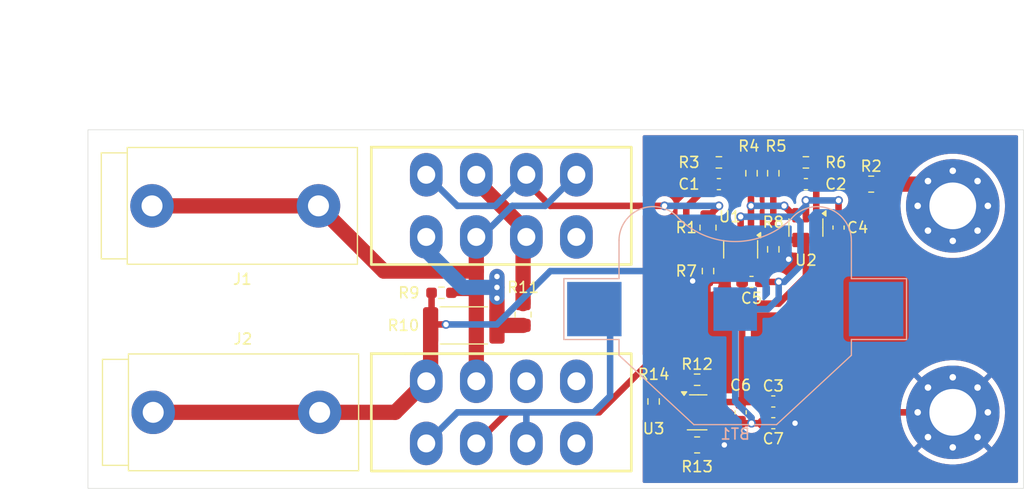
<source format=kicad_pcb>
(kicad_pcb (version 20240108) (generator "pcbnew") (generator_version "8.0")
  (layers (0 "F.Cu" signal) (31 "B.Cu" signal) (34 "B.Paste" user) (35 "F.Paste" user) (36 "B.SilkS" user "B.Silkscreen") (37 "F.SilkS" user "F.Silkscreen") (38 "B.Mask" user) (39 "F.Mask" user) (44 "Edge.Cuts" user))
  (net 0 "")
  (net 1 "Net-(BT1-+)")
  (net 2 "-BATT")
  (net 3 "+BATT")
  (net 4 "GND")
  (net 5 "/IN+")
  (net 6 "/IN_sw")
  (net 7 "Net-(R3-Pad2)")
  (net 8 "Net-(R5-Pad2)")
  (net 9 "/mA_range")
  (net 10 "/µA_range")
  (net 11 "Net-(U3-+)")
  (net 12 "Net-(U3--)")
  (net 14 "/Stage1_IN-")
  (net 15 "/Stage2_IN+")
  (net 16 "/Stage2_OUT")
  (net 17 "/Stage2_IN-")
  (net 18 "/OUT")
  (net 19 "/Stage1_IN+")
  (footprint "Resistor_SMD:R_0603_1608Metric_Pad0.98x0.95mm_HandSolder" (layer "F.Cu") (at 95 156 90)
    (property "Reference" "R8" (at 2.5 0 180) (layer "F.SilkS"))
    (property "Value" "1k 0.05%")
    (fp_line (start -0.254724 -0.5225) (end 0.254724 -0.5225) (stroke (width 0.12)) (layer "F.SilkS"))
    (fp_line (start -0.254724 0.5225) (end 0.254724 0.5225) (stroke (width 0.12)) (layer "F.SilkS"))
    (pad "1" smd roundrect (at -0.9125 0 90) (size 0.975 0.95) (layers "F.Cu" "F.Paste" "F.Mask") (net 4 "GND"))
    (pad "2" smd roundrect (at 0.9125 0 90) (size 0.975 0.95) (layers "F.Cu" "F.Paste" "F.Mask") (net 17 "/Stage2_IN-"))
  )
  (footprint "Capacitor_SMD:C_0603_1608Metric_Pad1.08x0.95mm_HandSolder" (layer "F.Cu") (at 95 170)
    (property "Reference" "C3" (at 0 -1.43 0) (layer "F.SilkS"))
    (property "Value" "100n")
    (fp_line (start -0.146267 -0.51) (end 0.146267 -0.51) (stroke (width 0.12)) (layer "F.SilkS"))
    (fp_line (start -0.146267 0.51) (end 0.146267 0.51) (stroke (width 0.12)) (layer "F.SilkS"))
    (pad "1" smd roundrect (at -0.8625 0) (size 1.075 0.95) (layers "F.Cu" "F.Paste" "F.Mask") (net 3 "+BATT"))
    (pad "2" smd roundrect (at 0.8625 0) (size 1.075 0.95) (layers "F.Cu" "F.Paste" "F.Mask") (net 4 "GND"))
  )
  (footprint "Resistor_SMD:R_0603_1608Metric_Pad0.98x0.95mm_HandSolder" (layer "F.Cu") (at 90 148)
    (property "Reference" "R3" (at -2.75 0 0) (layer "F.SilkS"))
    (property "Value" "6k8 0.05%")
    (fp_line (start -0.254724 -0.5225) (end 0.254724 -0.5225) (stroke (width 0.12)) (layer "F.SilkS"))
    (fp_line (start -0.254724 0.5225) (end 0.254724 0.5225) (stroke (width 0.12)) (layer "F.SilkS"))
    (pad "1" smd roundrect (at -0.9125 0) (size 0.975 0.95) (layers "F.Cu" "F.Paste" "F.Mask") (net 14 "/Stage1_IN-"))
    (pad "2" smd roundrect (at 0.9125 0) (size 0.975 0.95) (layers "F.Cu" "F.Paste" "F.Mask") (net 7 "Net-(R3-Pad2)"))
  )
  (footprint "Package_TO_SOT_SMD:SOT-23-5_HandSoldering" (layer "F.Cu") (at 88 171)
    (property "Reference" "U3" (at -4 1.5 0) (layer "F.SilkS"))
    (property "Value" "LMV321")
    (fp_line (start -0.9 1.61) (end 0.9 1.61) (stroke (width 0.12)) (layer "F.SilkS"))
    (fp_line (start 0.1 -1.61) (end -0.7 -1.61) (stroke (width 0.12)) (layer "F.SilkS"))
    (fp_line (start 0.1 -1.61) (end 0.9 -1.61) (stroke (width 0.12)) (layer "F.SilkS"))
    (fp_poly (pts (xy -1.2 -1.56) (xy -1.44 -1.89) (xy -0.96 -1.89) (xy -1.2 -1.56)) (stroke (width 0.12)) (fill solid) (layer "F.SilkS"))
    (pad "1" smd roundrect (at -1.35 -0.95) (size 1.56 0.65) (layers "F.Cu" "F.Paste" "F.Mask") (net 11 "Net-(U3-+)"))
    (pad "2" smd roundrect (at -1.35 0) (size 1.56 0.65) (layers "F.Cu" "F.Paste" "F.Mask") (net 2 "-BATT"))
    (pad "3" smd roundrect (at -1.35 0.95) (size 1.56 0.65) (layers "F.Cu" "F.Paste" "F.Mask") (net 12 "Net-(U3--)"))
    (pad "4" smd roundrect (at 1.35 0.95) (size 1.56 0.65) (layers "F.Cu" "F.Paste" "F.Mask") (net 12 "Net-(U3--)"))
    (pad "5" smd roundrect (at 1.35 -0.95) (size 1.56 0.65) (layers "F.Cu" "F.Paste" "F.Mask") (net 3 "+BATT"))
  )
  (footprint "Resistor_SMD:R_0603_1608Metric_Pad0.98x0.95mm_HandSolder" (layer "F.Cu") (at 98 148)
    (property "Reference" "R6" (at 2.75 0 0) (layer "F.SilkS"))
    (property "Value" "2k2 0.05%")
    (fp_line (start -0.254724 -0.5225) (end 0.254724 -0.5225) (stroke (width 0.12)) (layer "F.SilkS"))
    (fp_line (start -0.254724 0.5225) (end 0.254724 0.5225) (stroke (width 0.12)) (layer "F.SilkS"))
    (pad "1" smd roundrect (at -0.9125 0) (size 0.975 0.95) (layers "F.Cu" "F.Paste" "F.Mask") (net 8 "Net-(R5-Pad2)"))
    (pad "2" smd roundrect (at 0.9125 0) (size 0.975 0.95) (layers "F.Cu" "F.Paste" "F.Mask") (net 16 "/Stage2_OUT"))
  )
  (footprint "footprints:L203011MS02Q_3PDT_switch" (layer "F.Cu") (at 70 152)
    (property "Reference" "SW1" (hide yes))
    (property "Value" "~")
    (fp_line (start -8.9 5.359999) (end 8.9 5.36) (stroke (width 0.12)) (layer "F.SilkS"))
    (fp_line (start 8.9 -5.359999) (end -8.9 -5.36) (stroke (width 0.12)) (layer "F.SilkS"))
    (fp_rect (start -11.95 -5.4) (end 11.95 5.4) (stroke (width 0.25)) (fill none) (layer "F.SilkS"))
    (pad "1" thru_hole oval (at -6.9 2.86) (size 3 4) (drill 1.65) (layers "*.Cu" "*.Mask") (net 9 "/mA_range"))
    (pad "2" thru_hole oval (at -2.3 2.86) (size 3 4) (drill 1.65) (layers "*.Cu" "*.Mask") (net 5 "/IN+"))
    (pad "3" thru_hole oval (at 2.3 2.86) (size 3 4) (drill 1.65) (layers "*.Cu" "*.Mask") (net 10 "/µA_range"))
    (pad "4" thru_hole oval (at 6.9 2.86) (size 3 4) (drill 1.65) (layers "*.Cu" "*.Mask"))
    (pad "5" thru_hole oval (at 6.9 -2.86) (size 3 4) (drill 1.65) (layers "*.Cu" "*.Mask") (net 5 "/IN+"))
    (pad "6" thru_hole oval (at 2.3 -2.86) (size 3 4) (drill 1.65) (layers "*.Cu" "*.Mask") (net 6 "/IN_sw"))
    (pad "7" thru_hole oval (at -2.3 -2.86) (size 3 4) (drill 1.65) (layers "*.Cu" "*.Mask") (net 10 "/µA_range"))
    (pad "8" thru_hole oval (at -6.9 -2.86) (size 3 4) (drill 1.65) (layers "*.Cu" "*.Mask") (net 6 "/IN_sw"))
  )
  (footprint "Resistor_SMD:R_0603_1608Metric_Pad0.98x0.95mm_HandSolder" (layer "F.Cu") (at 88 168)
    (property "Reference" "R12" (at 0 -1.43 0) (layer "F.SilkS"))
    (property "Value" "100k 1%")
    (fp_line (start -0.254724 -0.5225) (end 0.254724 -0.5225) (stroke (width 0.12)) (layer "F.SilkS"))
    (fp_line (start -0.254724 0.5225) (end 0.254724 0.5225) (stroke (width 0.12)) (layer "F.SilkS"))
    (pad "1" smd roundrect (at -0.9125 0) (size 0.975 0.95) (layers "F.Cu" "F.Paste" "F.Mask") (net 11 "Net-(U3-+)"))
    (pad "2" smd roundrect (at 0.9125 0) (size 0.975 0.95) (layers "F.Cu" "F.Paste" "F.Mask") (net 3 "+BATT"))
  )
  (footprint "Resistor_SMD:R_0603_1608Metric_Pad0.98x0.95mm_HandSolder" (layer "F.Cu") (at 64.5 160 180)
    (property "Reference" "R9" (at 3 0 0) (layer "F.SilkS"))
    (property "Value" "10k  0.05%")
    (fp_line (start -0.254724 0.5225) (end 0.254724 0.5225) (stroke (width 0.12)) (layer "F.SilkS"))
    (fp_line (start -0.254724 -0.5225) (end 0.254724 -0.5225) (stroke (width 0.12)) (layer "F.SilkS"))
    (pad "1" smd roundrect (at -0.9125 0 180) (size 0.975 0.95) (layers "F.Cu" "F.Paste" "F.Mask") (net 5 "/IN+"))
    (pad "2" smd roundrect (at 0.9125 0 180) (size 0.975 0.95) (layers "F.Cu" "F.Paste" "F.Mask") (net 4 "GND"))
  )
  (footprint "Capacitor_SMD:C_0603_1608Metric_Pad1.08x0.95mm_HandSolder" (layer "F.Cu") (at 90 150)
    (property "Reference" "C1" (at -2.75 0 0) (layer "F.SilkS"))
    (property "Value" "10p")
    (fp_line (start -0.146267 -0.51) (end 0.146267 -0.51) (stroke (width 0.12)) (layer "F.SilkS"))
    (fp_line (start -0.146267 0.51) (end 0.146267 0.51) (stroke (width 0.12)) (layer "F.SilkS"))
    (pad "1" smd roundrect (at -0.8625 0) (size 1.075 0.95) (layers "F.Cu" "F.Paste" "F.Mask") (net 14 "/Stage1_IN-"))
    (pad "2" smd roundrect (at 0.8625 0) (size 1.075 0.95) (layers "F.Cu" "F.Paste" "F.Mask") (net 15 "/Stage2_IN+"))
  )
  (footprint "MountingHole:MountingHole_4.3mm_M4_Pad_Via" (layer "F.Cu") (at 111.5 152)
    (property "Reference" "H1" (hide yes))
    (property "Value" "OUT+")
    (pad "1" thru_hole circle (at -3.225 0) (size 0.9 0.9) (drill 0.6) (layers "*.Cu" "*.Mask") (net 18 "/OUT"))
    (pad "1" thru_hole circle (at -2.280419 -2.280419) (size 0.9 0.9) (drill 0.6) (layers "*.Cu" "*.Mask") (net 18 "/OUT"))
    (pad "1" thru_hole circle (at -2.280419 2.280419) (size 0.9 0.9) (drill 0.6) (layers "*.Cu" "*.Mask") (net 18 "/OUT"))
    (pad "1" thru_hole circle (at 0 -3.225) (size 0.9 0.9) (drill 0.6) (layers "*.Cu" "*.Mask") (net 18 "/OUT"))
    (pad "1" thru_hole circle (at 0 0) (size 8.6 8.6) (drill 4.3) (layers "*.Cu" "*.Mask") (net 18 "/OUT"))
    (pad "1" thru_hole circle (at 0 3.225) (size 0.9 0.9) (drill 0.6) (layers "*.Cu" "*.Mask") (net 18 "/OUT"))
    (pad "1" thru_hole circle (at 2.280419 -2.280419) (size 0.9 0.9) (drill 0.6) (layers "*.Cu" "*.Mask") (net 18 "/OUT"))
    (pad "1" thru_hole circle (at 2.280419 2.280419) (size 0.9 0.9) (drill 0.6) (layers "*.Cu" "*.Mask") (net 18 "/OUT"))
    (pad "1" thru_hole circle (at 3.225 0) (size 0.9 0.9) (drill 0.6) (layers "*.Cu" "*.Mask") (net 18 "/OUT"))
  )
  (footprint "Resistor_SMD:R_0603_1608Metric_Pad0.98x0.95mm_HandSolder" (layer "F.Cu") (at 89 158 90)
    (property "Reference" "R7" (at 0 -2 180) (layer "F.SilkS"))
    (property "Value" "1k 0.05%")
    (fp_line (start -0.254724 -0.5225) (end 0.254724 -0.5225) (stroke (width 0.12)) (layer "F.SilkS"))
    (fp_line (start -0.254724 0.5225) (end 0.254724 0.5225) (stroke (width 0.12)) (layer "F.SilkS"))
    (pad "1" smd roundrect (at -0.9125 0 90) (size 0.975 0.95) (layers "F.Cu" "F.Paste" "F.Mask") (net 4 "GND"))
    (pad "2" smd roundrect (at 0.9125 0 90) (size 0.975 0.95) (layers "F.Cu" "F.Paste" "F.Mask") (net 14 "/Stage1_IN-"))
  )
  (footprint "footprints:L203011MS02Q_3PDT_switch" (layer "F.Cu") (at 70 171)
    (property "Reference" "SW2" (hide yes))
    (property "Value" "~")
    (fp_line (start -8.9 5.359999) (end 8.9 5.36) (stroke (width 0.12)) (layer "F.SilkS"))
    (fp_line (start 8.9 -5.359999) (end -8.9 -5.36) (stroke (width 0.12)) (layer "F.SilkS"))
    (fp_rect (start -11.95 -5.4) (end 11.95 5.4) (stroke (width 0.25)) (fill none) (layer "F.SilkS"))
    (pad "1" thru_hole oval (at -6.9 2.86) (size 3 4) (drill 1.65) (layers "*.Cu" "*.Mask") (net 1 "Net-(BT1-+)"))
    (pad "2" thru_hole oval (at -2.3 2.86) (size 3 4) (drill 1.65) (layers "*.Cu" "*.Mask") (net 3 "+BATT"))
    (pad "3" thru_hole oval (at 2.3 2.86) (size 3 4) (drill 1.65) (layers "*.Cu" "*.Mask") (net 1 "Net-(BT1-+)"))
    (pad "4" thru_hole oval (at 6.9 2.86) (size 3 4) (drill 1.65) (layers "*.Cu" "*.Mask"))
    (pad "5" thru_hole oval (at 6.9 -2.86) (size 3 4) (drill 1.65) (layers "*.Cu" "*.Mask"))
    (pad "6" thru_hole oval (at 2.3 -2.86) (size 3 4) (drill 1.65) (layers "*.Cu" "*.Mask"))
    (pad "7" thru_hole oval (at -2.3 -2.86) (size 3 4) (drill 1.65) (layers "*.Cu" "*.Mask") (net 5 "/IN+"))
    (pad "8" thru_hole oval (at -6.9 -2.86) (size 3 4) (drill 1.65) (layers "*.Cu" "*.Mask") (net 4 "GND"))
  )
  (footprint "Resistor_SMD:R_0603_1608Metric_Pad0.98x0.95mm_HandSolder" (layer "F.Cu") (at 95 149 90)
    (property "Reference" "R5" (at 2.5 0.25 180) (layer "F.SilkS"))
    (property "Value" "6k8 0.05%")
    (fp_line (start -0.254724 -0.5225) (end 0.254724 -0.5225) (stroke (width 0.12)) (layer "F.SilkS"))
    (fp_line (start -0.254724 0.5225) (end 0.254724 0.5225) (stroke (width 0.12)) (layer "F.SilkS"))
    (pad "1" smd roundrect (at -0.9125 0 90) (size 0.975 0.95) (layers "F.Cu" "F.Paste" "F.Mask") (net 17 "/Stage2_IN-"))
    (pad "2" smd roundrect (at 0.9125 0 90) (size 0.975 0.95) (layers "F.Cu" "F.Paste" "F.Mask") (net 8 "Net-(R5-Pad2)"))
  )
  (footprint "Package_TO_SOT_SMD:SOT-23-6" (layer "F.Cu") (at 98 154 -90)
    (property "Reference" "U2" (at 3 0 180) (layer "F.SilkS"))
    (property "Value" "MAX4239AUT")
    (fp_line (start 0 1.56) (end -0.8 1.56) (stroke (width 0.12)) (layer "F.SilkS"))
    (fp_line (start 0 1.56) (end 0.8 1.56) (stroke (width 0.12)) (layer "F.SilkS"))
    (fp_line (start 0 -1.56) (end -0.8 -1.56) (stroke (width 0.12)) (layer "F.SilkS"))
    (fp_line (start 0 -1.56) (end 0.8 -1.56) (stroke (width 0.12)) (layer "F.SilkS"))
    (fp_poly (pts (xy -1.3 -1.51) (xy -1.54 -1.84) (xy -1.06 -1.84) (xy -1.3 -1.51)) (stroke (width 0.12)) (fill solid) (layer "F.SilkS"))
    (pad "1" smd roundrect (at -1.1375 -0.95 270) (size 1.325 0.6) (layers "F.Cu" "F.Paste" "F.Mask") (net 16 "/Stage2_OUT"))
    (pad "2" smd roundrect (at -1.1375 0 270) (size 1.325 0.6) (layers "F.Cu" "F.Paste" "F.Mask") (net 2 "-BATT"))
    (pad "3" smd roundrect (at -1.1375 0.95 270) (size 1.325 0.6) (layers "F.Cu" "F.Paste" "F.Mask") (net 15 "/Stage2_IN+"))
    (pad "4" smd roundrect (at 1.1375 0.95 270) (size 1.325 0.6) (layers "F.Cu" "F.Paste" "F.Mask") (net 17 "/Stage2_IN-"))
    (pad "5" smd roundrect (at 1.1375 0 270) (size 1.325 0.6) (layers "F.Cu" "F.Paste" "F.Mask") (net 3 "+BATT"))
    (pad "6" smd roundrect (at 1.1375 -0.95 270) (size 1.325 0.6) (layers "F.Cu" "F.Paste" "F.Mask") (net 3 "+BATT"))
  )
  (footprint "Resistor_SMD:R_0603_1608Metric_Pad0.98x0.95mm_HandSolder" (layer "F.Cu") (at 84 170 90)
    (property "Reference" "R14" (at 2.5 0 180) (layer "F.SilkS"))
    (property "Value" "100k 1%")
    (fp_line (start -0.254724 -0.5225) (end 0.254724 -0.5225) (stroke (width 0.12)) (layer "F.SilkS"))
    (fp_line (start -0.254724 0.5225) (end 0.254724 0.5225) (stroke (width 0.12)) (layer "F.SilkS"))
    (pad "1" smd roundrect (at -0.9125 0 90) (size 0.975 0.95) (layers "F.Cu" "F.Paste" "F.Mask") (net 2 "-BATT"))
    (pad "2" smd roundrect (at 0.9125 0 90) (size 0.975 0.95) (layers "F.Cu" "F.Paste" "F.Mask") (net 11 "Net-(U3-+)"))
  )
  (footprint "Capacitor_SMD:C_0603_1608Metric_Pad1.08x0.95mm_HandSolder" (layer "F.Cu") (at 95 172 180)
    (property "Reference" "C7" (at 0 -1.43 0) (layer "F.SilkS"))
    (property "Value" "100n")
    (fp_line (start -0.146267 0.51) (end 0.146267 0.51) (stroke (width 0.12)) (layer "F.SilkS"))
    (fp_line (start -0.146267 -0.51) (end 0.146267 -0.51) (stroke (width 0.12)) (layer "F.SilkS"))
    (pad "1" smd roundrect (at -0.8625 0 180) (size 1.075 0.95) (layers "F.Cu" "F.Paste" "F.Mask") (net 4 "GND"))
    (pad "2" smd roundrect (at 0.8625 0 180) (size 1.075 0.95) (layers "F.Cu" "F.Paste" "F.Mask") (net 2 "-BATT"))
  )
  (footprint "Capacitor_SMD:C_0603_1608Metric_Pad1.08x0.95mm_HandSolder" (layer "F.Cu") (at 101 154 90)
    (property "Reference" "C4" (at 0 1.75 180) (layer "F.SilkS"))
    (property "Value" "100n")
    (fp_line (start -0.146267 -0.51) (end 0.146267 -0.51) (stroke (width 0.12)) (layer "F.SilkS"))
    (fp_line (start -0.146267 0.51) (end 0.146267 0.51) (stroke (width 0.12)) (layer "F.SilkS"))
    (pad "1" smd roundrect (at -0.8625 0 90) (size 1.075 0.95) (layers "F.Cu" "F.Paste" "F.Mask") (net 3 "+BATT"))
    (pad "2" smd roundrect (at 0.8625 0 90) (size 1.075 0.95) (layers "F.Cu" "F.Paste" "F.Mask") (net 2 "-BATT"))
  )
  (footprint "Capacitor_SMD:C_0603_1608Metric_Pad1.08x0.95mm_HandSolder" (layer "F.Cu") (at 98 150)
    (property "Reference" "C2" (at 2.75 0 0) (layer "F.SilkS"))
    (property "Value" "10p")
    (fp_line (start -0.146267 -0.51) (end 0.146267 -0.51) (stroke (width 0.12)) (layer "F.SilkS"))
    (fp_line (start -0.146267 0.51) (end 0.146267 0.51) (stroke (width 0.12)) (layer "F.SilkS"))
    (pad "1" smd roundrect (at -0.8625 0) (size 1.075 0.95) (layers "F.Cu" "F.Paste" "F.Mask") (net 17 "/Stage2_IN-"))
    (pad "2" smd roundrect (at 0.8625 0) (size 1.075 0.95) (layers "F.Cu" "F.Paste" "F.Mask") (net 16 "/Stage2_OUT"))
  )
  (footprint "footprints:571-0100_Black" (layer "F.Cu") (at 38 171)
    (property "Reference" "J2" (at 8.25 -6.75 0) (layer "F.SilkS"))
    (property "Value" "Black - IN-" (hide yes))
    (fp_line (start -4.6646 -4.8768) (end -4.6646 4.8768) (stroke (width 0.12)) (layer "F.SilkS"))
    (fp_line (start -4.6646 4.8768) (end -2.277 4.8768) (stroke (width 0.12)) (layer "F.SilkS"))
    (fp_line (start -2.277 -5.3721) (end -2.277 5.3721) (stroke (width 0.12)) (layer "F.SilkS"))
    (fp_line (start -2.277 -4.8768) (end -4.6646 -4.8768) (stroke (width 0.12)) (layer "F.SilkS"))
    (fp_line (start -2.277 5.3721) (end 18.8812 5.3721) (stroke (width 0.12)) (layer "F.SilkS"))
    (fp_line (start 18.8812 -5.3721) (end -2.277 -5.3721) (stroke (width 0.12)) (layer "F.SilkS"))
    (fp_line (start 18.8812 5.3721) (end 18.8812 -5.3721) (stroke (width 0.12)) (layer "F.SilkS"))
    (pad "1" thru_hole circle (at 0 0) (size 4 4) (drill 1.9304) (layers "*.Cu" "*.Mask") (net 4 "GND"))
    (pad "2" thru_hole circle (at 15.3 0) (size 4 4) (drill 1.9304) (layers "*.Cu" "*.Mask") (net 4 "GND"))
  )
  (footprint "Resistor_SMD:R_0805_2012Metric_Pad1.20x1.40mm_HandSolder" (layer "F.Cu") (at 88 174)
    (property "Reference" "R13" (at 0 2 0) (layer "F.SilkS"))
    (property "Value" "270")
    (fp_line (start -0.227064 -0.735) (end 0.227064 -0.735) (stroke (width 0.12)) (layer "F.SilkS"))
    (fp_line (start -0.227064 0.735) (end 0.227064 0.735) (stroke (width 0.12)) (layer "F.SilkS"))
    (pad "1" smd roundrect (at -1 0) (size 1.2 1.4) (layers "F.Cu" "F.Paste" "F.Mask") (roundrect_rratio 0.208333) (net 12 "Net-(U3--)"))
    (pad "2" smd roundrect (at 1 0) (size 1.2 1.4) (layers "F.Cu" "F.Paste" "F.Mask") (roundrect_rratio 0.208333) (net 4 "GND"))
  )
  (footprint "Resistor_SMD:R_0603_1608Metric_Pad0.98x0.95mm_HandSolder" (layer "F.Cu") (at 93 149 -90)
    (property "Reference" "R4" (at -2.5 0.25 180) (layer "F.SilkS"))
    (property "Value" "2k2 0.05%")
    (fp_line (start -0.254724 0.5225) (end 0.254724 0.5225) (stroke (width 0.12)) (layer "F.SilkS"))
    (fp_line (start -0.254724 -0.5225) (end 0.254724 -0.5225) (stroke (width 0.12)) (layer "F.SilkS"))
    (pad "1" smd roundrect (at -0.9125 0 270) (size 0.975 0.95) (layers "F.Cu" "F.Paste" "F.Mask") (net 7 "Net-(R3-Pad2)"))
    (pad "2" smd roundrect (at 0.9125 0 270) (size 0.975 0.95) (layers "F.Cu" "F.Paste" "F.Mask") (net 15 "/Stage2_IN+"))
  )
  (footprint "Capacitor_SMD:C_0603_1608Metric_Pad1.08x0.95mm_HandSolder" (layer "F.Cu") (at 93 159)
    (property "Reference" "C5" (at 0 1.5 0) (layer "F.SilkS"))
    (property "Value" "100n")
    (fp_line (start -0.146267 -0.51) (end 0.146267 -0.51) (stroke (width 0.12)) (layer "F.SilkS"))
    (fp_line (start -0.146267 0.51) (end 0.146267 0.51) (stroke (width 0.12)) (layer "F.SilkS"))
    (pad "1" smd roundrect (at -0.8625 0) (size 1.075 0.95) (layers "F.Cu" "F.Paste" "F.Mask") (net 3 "+BATT"))
    (pad "2" smd roundrect (at 0.8625 0) (size 1.075 0.95) (layers "F.Cu" "F.Paste" "F.Mask") (net 2 "-BATT"))
  )
  (footprint "footprints:571-0100_Black" (layer "F.Cu") (at 37.8917 152)
    (property "Reference" "J1" (at 8.3021 6.75 0) (layer "F.SilkS"))
    (property "Value" "Red - IN+" (hide yes))
    (fp_line (start -4.6646 -4.8768) (end -4.6646 4.8768) (stroke (width 0.12)) (layer "F.SilkS"))
    (fp_line (start -4.6646 4.8768) (end -2.277 4.8768) (stroke (width 0.12)) (layer "F.SilkS"))
    (fp_line (start -2.277 -5.3721) (end -2.277 5.3721) (stroke (width 0.12)) (layer "F.SilkS"))
    (fp_line (start -2.277 -4.8768) (end -4.6646 -4.8768) (stroke (width 0.12)) (layer "F.SilkS"))
    (fp_line (start -2.277 5.3721) (end 18.8812 5.3721) (stroke (width 0.12)) (layer "F.SilkS"))
    (fp_line (start 18.8812 -5.3721) (end -2.277 -5.3721) (stroke (width 0.12)) (layer "F.SilkS"))
    (fp_line (start 18.8812 5.3721) (end 18.8812 -5.3721) (stroke (width 0.12)) (layer "F.SilkS"))
    (pad "1" thru_hole circle (at 0 0) (size 4 4) (drill 1.9304) (layers "*.Cu" "*.Mask") (net 5 "/IN+"))
    (pad "2" thru_hole circle (at 15.3 0) (size 4 4) (drill 1.9304) (layers "*.Cu" "*.Mask") (net 5 "/IN+"))
  )
  (footprint "MountingHole:MountingHole_4.3mm_M4_Pad_Via" (layer "F.Cu") (at 111.5 171)
    (property "Reference" "H2" (hide yes))
    (property "Value" "OUT-")
    (pad "1" thru_hole circle (at -3.225 0) (size 0.9 0.9) (drill 0.6) (layers "*.Cu" "*.Mask") (net 4 "GND"))
    (pad "1" thru_hole circle (at -2.280419 -2.280419) (size 0.9 0.9) (drill 0.6) (layers "*.Cu" "*.Mask") (net 4 "GND"))
    (pad "1" thru_hole circle (at -2.280419 2.280419) (size 0.9 0.9) (drill 0.6) (layers "*.Cu" "*.Mask") (net 4 "GND"))
    (pad "1" thru_hole circle (at 0 -3.225) (size 0.9 0.9) (drill 0.6) (layers "*.Cu" "*.Mask") (net 4 "GND"))
    (pad "1" thru_hole circle (at 0 0) (size 8.6 8.6) (drill 4.3) (layers "*.Cu" "*.Mask") (net 4 "GND"))
    (pad "1" thru_hole circle (at 0 3.225) (size 0.9 0.9) (drill 0.6) (layers "*.Cu" "*.Mask") (net 4 "GND"))
    (pad "1" thru_hole circle (at 2.280419 -2.280419) (size 0.9 0.9) (drill 0.6) (layers "*.Cu" "*.Mask") (net 4 "GND"))
    (pad "1" thru_hole circle (at 2.280419 2.280419) (size 0.9 0.9) (drill 0.6) (layers "*.Cu" "*.Mask") (net 4 "GND"))
    (pad "1" thru_hole circle (at 3.225 0) (size 0.9 0.9) (drill 0.6) (layers "*.Cu" "*.Mask") (net 4 "GND"))
  )
  (footprint "Resistor_SMD:R_0805_2012Metric_Pad1.20x1.40mm_HandSolder" (layer "F.Cu") (at 72 162 -90)
    (property "Reference" "R11" (at -2.5 0 180) (layer "F.SilkS"))
    (property "Value" "10  0.05%")
    (fp_line (start -0.227064 0.735) (end 0.227064 0.735) (stroke (width 0.12)) (layer "F.SilkS"))
    (fp_line (start -0.227064 -0.735) (end 0.227064 -0.735) (stroke (width 0.12)) (layer "F.SilkS"))
    (pad "1" smd roundrect (at -1 0 270) (size 1.2 1.4) (layers "F.Cu" "F.Paste" "F.Mask") (roundrect_rratio 0.208333) (net 10 "/µA_range"))
    (pad "2" smd roundrect (at 1 0 270) (size 1.2 1.4) (layers "F.Cu" "F.Paste" "F.Mask") (roundrect_rratio 0.208333) (net 9 "/mA_range"))
  )
  (footprint "Resistor_SMD:R_0805_2012Metric_Pad1.20x1.40mm_HandSolder" (layer "F.Cu") (at 104 150)
    (property "Reference" "R2" (at 0 -1.65 0) (layer "F.SilkS"))
    (property "Value" "270")
    (fp_line (start -0.227064 -0.735) (end 0.227064 -0.735) (stroke (width 0.12)) (layer "F.SilkS"))
    (fp_line (start -0.227064 0.735) (end 0.227064 0.735) (stroke (width 0.12)) (layer "F.SilkS"))
    (pad "1" smd roundrect (at -1 0) (size 1.2 1.4) (layers "F.Cu" "F.Paste" "F.Mask") (roundrect_rratio 0.208333) (net 16 "/Stage2_OUT"))
    (pad "2" smd roundrect (at 1 0) (size 1.2 1.4) (layers "F.Cu" "F.Paste" "F.Mask") (roundrect_rratio 0.208333) (net 18 "/OUT"))
  )
  (footprint "Resistor_SMD:R_0805_2012Metric_Pad1.20x1.40mm_HandSolder" (layer "F.Cu") (at 89 154 -90)
    (property "Reference" "R1" (at 0 2 180) (layer "F.SilkS"))
    (property "Value" "270")
    (fp_line (start -0.227064 0.735) (end 0.227064 0.735) (stroke (width 0.12)) (layer "F.SilkS"))
    (fp_line (start -0.227064 -0.735) (end 0.227064 -0.735) (stroke (width 0.12)) (layer "F.SilkS"))
    (pad "1" smd roundrect (at -1 0 270) (size 1.2 1.4) (layers "F.Cu" "F.Paste" "F.Mask") (roundrect_rratio 0.208333) (net 6 "/IN_sw"))
    (pad "2" smd roundrect (at 1 0 270) (size 1.2 1.4) (layers "F.Cu" "F.Paste" "F.Mask") (roundrect_rratio 0.208333) (net 19 "/Stage1_IN+"))
  )
  (footprint "Resistor_SMD:R_2512_6332Metric_Pad1.40x3.35mm_HandSolder" (layer "F.Cu") (at 66.55 163 180)
    (property "Reference" "R10" (at 5.55 0 0) (layer "F.SilkS"))
    (property "Value" "10m  0.05%")
    (fp_line (start -2.177064 1.71) (end 2.177064 1.71) (stroke (width 0.12)) (layer "F.SilkS"))
    (fp_line (start -2.177064 -1.71) (end 2.177064 -1.71) (stroke (width 0.12)) (layer "F.SilkS"))
    (pad "1" smd roundrect (at -3.05 0 180) (size 1.4 3.35) (layers "F.Cu" "F.Paste" "F.Mask") (roundrect_rratio 0.178571) (net 9 "/mA_range"))
    (pad "2" smd roundrect (at 3.05 0 180) (size 1.4 3.35) (layers "F.Cu" "F.Paste" "F.Mask") (roundrect_rratio 0.178571) (net 4 "GND"))
  )
  (footprint "Package_TO_SOT_SMD:SOT-23-6" (layer "F.Cu") (at 92 156 -90)
    (property "Reference" "U1" (at -3 1 180) (layer "F.SilkS"))
    (property "Value" "MAX4239AUT")
    (fp_line (start 0 1.56) (end -0.8 1.56) (stroke (width 0.12)) (layer "F.SilkS"))
    (fp_line (start 0 1.56) (end 0.8 1.56) (stroke (width 0.12)) (layer "F.SilkS"))
    (fp_line (start 0 -1.56) (end -0.8 -1.56) (stroke (width 0.12)) (layer "F.SilkS"))
    (fp_line (start 0 -1.56) (end 0.8 -1.56) (stroke (width 0.12)) (layer "F.SilkS"))
    (fp_poly (pts (xy -1.3 -1.51) (xy -1.54 -1.84) (xy -1.06 -1.84) (xy -1.3 -1.51)) (stroke (width 0.12)) (fill solid) (layer "F.SilkS"))
    (pad "1" smd roundrect (at -1.1375 -0.95 270) (size 1.325 0.6) (layers "F.Cu" "F.Paste" "F.Mask") (net 15 "/Stage2_IN+"))
    (pad "2" smd roundrect (at -1.1375 0 270) (size 1.325 0.6) (layers "F.Cu" "F.Paste" "F.Mask") (net 2 "-BATT"))
    (pad "3" smd roundrect (at -1.1375 0.95 270) (size 1.325 0.6) (layers "F.Cu" "F.Paste" "F.Mask") (net 19 "/Stage1_IN+"))
    (pad "4" smd roundrect (at 1.1375 0.95 270) (size 1.325 0.6) (layers "F.Cu" "F.Paste" "F.Mask") (net 14 "/Stage1_IN-"))
    (pad "5" smd roundrect (at 1.1375 0 270) (size 1.325 0.6) (layers "F.Cu" "F.Paste" "F.Mask") (net 3 "+BATT"))
    (pad "6" smd roundrect (at 1.1375 -0.95 270) (size 1.325 0.6) (layers "F.Cu" "F.Paste" "F.Mask") (net 3 "+BATT"))
  )
  (footprint "Capacitor_SMD:C_0603_1608Metric_Pad1.08x0.95mm_HandSolder" (layer "F.Cu") (at 92 171 -90)
    (property "Reference" "C6" (at -2.5 0 180) (layer "F.SilkS"))
    (property "Value" "100n")
    (fp_line (start -0.146267 0.51) (end 0.146267 0.51) (stroke (width 0.12)) (layer "F.SilkS"))
    (fp_line (start -0.146267 -0.51) (end 0.146267 -0.51) (stroke (width 0.12)) (layer "F.SilkS"))
    (pad "1" smd roundrect (at -0.8625 0 270) (size 1.075 0.95) (layers "F.Cu" "F.Paste" "F.Mask") (net 3 "+BATT"))
    (pad "2" smd roundrect (at 0.8625 0 270) (size 1.075 0.95) (layers "F.Cu" "F.Paste" "F.Mask") (net 2 "-BATT"))
  )
  (footprint "Battery:BatteryHolder_Multicomp_BC-2001_1x2032" (layer "B.Cu") (at 91.5 161.5 180)
    (property "Reference" "BT1" (at 0 -11.5 0) (layer "B.SilkS") (effects (justify mirror)))
    (property "Value" "CR2032")
    (fp_line (start 15.75 2.8) (end 15.75 -2.8) (stroke (width 0.12)) (layer "B.SilkS"))
    (fp_line (start 15.75 -2.8) (end 10.68 -2.8) (stroke (width 0.12)) (layer "B.SilkS"))
    (fp_line (start 10.68 6.35) (end 10.68 2.8) (stroke (width 0.12)) (layer "B.SilkS"))
    (fp_line (start 10.68 2.8) (end 15.75 2.8) (stroke (width 0.12)) (layer "B.SilkS"))
    (fp_line (start 10.68 -4.25) (end 10.68 -2.8) (stroke (width 0.12)) (layer "B.SilkS"))
    (fp_line (start 3.8 -10.63) (end 10.68 -4.25) (stroke (width 0.12)) (layer "B.SilkS"))
    (fp_line (start -3.8 -10.63) (end 3.8 -10.63) (stroke (width 0.12)) (layer "B.SilkS"))
    (fp_line (start -3.8 -10.63) (end -10.68 -4.25) (stroke (width 0.12)) (layer "B.SilkS"))
    (fp_line (start -10.68 6.28) (end -10.68 2.8) (stroke (width 0.12)) (layer "B.SilkS"))
    (fp_line (start -10.68 2.8) (end -15.75 2.8) (stroke (width 0.12)) (layer "B.SilkS"))
    (fp_line (start -10.68 -2.8) (end -15.75 -2.8) (stroke (width 0.12)) (layer "B.SilkS"))
    (fp_line (start -10.68 -4.25) (end -10.68 -2.8) (stroke (width 0.12)) (layer "B.SilkS"))
    (fp_line (start -15.75 2.8) (end -15.75 -2.8) (stroke (width 0.12)) (layer "B.SilkS"))
    (fp_arc (start 10.68 6.3) (mid 8.734461 9.197232) (end 5.316452 8.492753) (stroke (width 0.12)) (layer "B.SilkS"))
    (fp_arc (start -5.169999 8.330001) (mid 0.096808 6.218103) (end 5.306422 8.467392) (stroke (width 0.12)) (layer "B.SilkS"))
    (fp_arc (start -5.180001 8.339999) (mid -8.637972 9.23169) (end -10.677058 6.3) (stroke (width 0.12)) (layer "B.SilkS"))
    (pad "1" smd rect (at -12.95 0 180) (size 5 5) (layers "B.Cu" "B.Paste" "B.Mask") (net 1 "Net-(BT1-+)"))
    (pad "1" smd rect (at 12.95 0 180) (size 5 5) (layers "B.Cu" "B.Paste" "B.Mask") (net 1 "Net-(BT1-+)"))
    (pad "2" smd rect (at 0 0 180) (size 4 4) (layers "B.Cu" "B.Paste" "B.Mask") (net 2 "-BATT"))
  )
  (gr_rect (start 32 145) (end 118 178) (stroke (width 0.05)) (fill none) (layer "Edge.Cuts"))
  (segment (start 78.5 171) (end 80 169.5) (width 0.6) (layer "B.Cu") (net 1))
  (segment (start 65.96 171) (end 72.5 171) (width 0.6) (layer "B.Cu") (net 1))
  (segment (start 72.5 171) (end 78.5 171) (width 0.6) (layer "B.Cu") (net 1))
  (segment (start 80 162.95) (end 78.55 161.5) (width 0.6) (layer "B.Cu") (net 1))
  (segment (start 63.1 173.86) (end 65.96 171) (width 0.6) (layer "B.Cu") (net 1))
  (segment (start 72.3 171.2) (end 72.5 171) (width 0.6) (layer "B.Cu") (net 1))
  (segment (start 72.3 173.86) (end 72.3 171.2) (width 0.6) (layer "B.Cu") (net 1))
  (segment (start 80 169.5) (end 80 162.95) (width 0.6) (layer "B.Cu") (net 1))
  (segment (start 91.8625 171.8625) (end 91 171) (width 0.6) (layer "F.Cu") (net 2))
  (segment (start 98 152.8625) (end 98 151.5) (width 0.6) (layer "F.Cu") (net 2))
  (segment (start 92 171.8625) (end 91.8625 171.8625) (width 0.6) (layer "F.Cu") (net 2))
  (segment (start 94.1375 172) (end 93 172) (width 0.6) (layer "F.Cu") (net 2))
  (segment (start 92.1375 172) (end 92 171.8625) (width 0.6) (layer "F.Cu") (net 2))
  (segment (start 92 154.8625) (end 92 153) (width 0.6) (layer "F.Cu") (net 2))
  (segment (start 91 171) (end 86.65 171) (width 0.6) (layer "F.Cu") (net 2))
  (segment (start 93 172) (end 92.1375 172) (width 0.6) (layer "F.Cu") (net 2))
  (segment (start 86.65 171) (end 84.0875 171) (width 0.6) (layer "F.Cu") (net 2))
  (segment (start 101 153.1375) (end 101 151.5) (width 0.6) (layer "F.Cu") (net 2))
  (segment (start 84.0875 171) (end 84 170.9125) (width 0.6) (layer "F.Cu") (net 2))
  (segment (start 93.8625 159) (end 95.5 159) (width 0.6) (layer "F.Cu") (net 2))
  (via (at 101 151.5) (size 0.8) (drill 0.5) (layers "F.Cu" "B.Cu") (net 2))
  (via (at 95.5 159) (size 0.8) (drill 0.5) (layers "F.Cu" "B.Cu") (net 2))
  (via (at 92 153) (size 0.8) (drill 0.5) (layers "F.Cu" "B.Cu") (net 2))
  (via (at 98 151.5) (size 0.8) (drill 0.5) (layers "F.Cu" "B.Cu") (net 2))
  (via (at 93 172) (size 0.8) (drill 0.5) (layers "F.Cu" "B.Cu") (net 2))
  (segment (start 97 153) (end 98 152) (width 0.6) (layer "B.Cu") (net 2))
  (segment (start 95.5 153) (end 97 153) (width 0.6) (layer "B.Cu") (net 2))
  (segment (start 94.5 161.5) (end 91.5 161.5) (width 0.6) (layer "B.Cu") (net 2))
  (segment (start 97.5 157.5) (end 97.5 153.5) (width 0.6) (layer "B.Cu") (net 2))
  (segment (start 101 151.5) (end 98 151.5) (width 0.6) (layer "B.Cu") (net 2))
  (segment (start 92 153) (end 95.5 153) (width 0.6) (layer "B.Cu") (net 2))
  (segment (start 98 152) (end 98 151.5) (width 0.6) (layer "B.Cu") (net 2))
  (segment (start 96 159) (end 97.5 157.5) (width 0.6) (layer "B.Cu") (net 2))
  (segment (start 91.5 170) (end 91.5 161.5) (width 0.6) (layer "B.Cu") (net 2))
  (segment (start 95.5 159) (end 95.5 160.5) (width 0.6) (layer "B.Cu") (net 2))
  (segment (start 95.5 159) (end 96 159) (width 0.6) (layer "B.Cu") (net 2))
  (segment (start 93 172) (end 93 171.5) (width 0.6) (layer "B.Cu") (net 2))
  (segment (start 95.5 160.5) (end 94.5 161.5) (width 0.6) (layer "B.Cu") (net 2))
  (segment (start 97.5 153.5) (end 97 153) (width 0.6) (layer "B.Cu") (net 2))
  (segment (start 93 171.5) (end 91.5 170) (width 0.6) (layer "B.Cu") (net 2))
  (segment (start 70.56 171) (end 79 171) (width 0.6) (layer "F.Cu") (net 3))
  (segment (start 92 158.8625) (end 92.1375 159) (width 0.6) (layer "F.Cu") (net 3))
  (segment (start 88.9125 168) (end 88.9125 166.9125) (width 0.6) (layer "F.Cu") (net 3))
  (segment (start 98 155.1375) (end 98 158.5) (width 0.6) (layer "F.Cu") (net 3))
  (segment (start 92.95 157.1375) (end 92 157.1375) (width 0.6) (layer "F.Cu") (net 3))
  (segment (start 98 155.1375) (end 98.95 155.1375) (width 0.6) (layer "F.Cu") (net 3))
  (segment (start 92.1375 161) (end 92.1375 170) (width 0.6) (layer "F.Cu") (net 3))
  (segment (start 95.5 161) (end 92.1375 161) (width 0.6) (layer "F.Cu") (net 3))
  (segment (start 89.35 170.05) (end 94.0875 170.05) (width 0.6) (layer "F.Cu") (net 3))
  (segment (start 92 157.1375) (end 92 158.8625) (width 0.6) (layer "F.Cu") (net 3))
  (segment (start 89.35 168.4375) (end 88.9125 168) (width 0.6) (layer "F.Cu") (net 3))
  (segment (start 89.35 170.05) (end 89.35 168.4375) (width 0.6) (layer "F.Cu") (net 3))
  (segment (start 98 158.5) (end 95.5 161) (width 0.6) (layer "F.Cu") (net 3))
  (segment (start 92.1375 159) (end 92.1375 161) (width 0.6) (layer "F.Cu") (net 3))
  (segment (start 100.725 155.1375) (end 101 154.8625) (width 0.6) (layer "F.Cu") (net 3))
  (segment (start 94.0875 170.05) (end 94.1375 170) (width 0.6) (layer "F.Cu") (net 3))
  (segment (start 83.5 166.5) (end 88.5 166.5) (width 0.6) (layer "F.Cu") (net 3))
  (segment (start 98.95 155.1375) (end 100.725 155.1375) (width 0.6) (layer "F.Cu") (net 3))
  (segment (start 92.1375 170) (end 92 170.1375) (width 0.6) (layer "F.Cu") (net 3))
  (segment (start 79 171) (end 83.5 166.5) (width 0.6) (layer "F.Cu") (net 3))
  (segment (start 88.9125 166.9125) (end 88.5 166.5) (width 0.6) (layer "F.Cu") (net 3))
  (segment (start 67.7 173.86) (end 70.56 171) (width 0.6) (layer "F.Cu") (net 3))
  (segment (start 53.3 171) (end 60.24 171) (width 1.4) (layer "F.Cu") (net 4))
  (segment (start 63.5875 162.9125) (end 63.5 163) (width 0.6) (layer "F.Cu") (net 4))
  (segment (start 63.5 167.74) (end 63.1 168.14) (width 1.4) (layer "F.Cu") (net 4))
  (segment (start 63.5875 160) (end 63.5875 162.9125) (width 0.6) (layer "F.Cu") (net 4))
  (segment (start 93.8625 174) (end 95.8625 172) (width 0.6) (layer "F.Cu") (net 4))
  (segment (start 90.5 174) (end 93.8625 174) (width 0.6) (layer "F.Cu") (net 4))
  (segment (start 99.5 171) (end 98.5 172) (width 0.6) (layer "F.Cu") (net 4))
  (segment (start 63.5875 162.9125) (end 64.9125 162.9125) (width 0.6) (layer "F.Cu") (net 4))
  (segment (start 63.5 163) (end 63.5 167.74) (width 1.4) (layer "F.Cu") (net 4))
  (segment (start 53.3 171) (end 38 171) (width 1.4) (layer "F.Cu") (net 4))
  (segment (start 97 172) (end 95.8625 172) (width 0.6) (layer "F.Cu") (net 4))
  (segment (start 98.5 172) (end 97 172) (width 0.6) (layer "F.Cu") (net 4))
  (segment (start 111.5 171) (end 99.5 171) (width 0.6) (layer "F.Cu") (net 4))
  (segment (start 89 158.9125) (end 87.5875 158.9125) (width 0.6) (layer "F.Cu") (net 4))
  (segment (start 89 174) (end 90.5 174) (width 0.6) (layer "F.Cu") (net 4))
  (segment (start 95 156.9125) (end 96.4125 156.9125) (width 0.6) (layer "F.Cu") (net 4))
  (segment (start 95.8625 172) (end 95.8625 170) (width 0.6) (layer "F.Cu") (net 4))
  (segment (start 60.24 171) (end 63.1 168.14) (width 1.4) (layer "F.Cu") (net 4))
  (segment (start 62.95 167.99) (end 63.1 168.14) (width 1.4) (layer "F.Cu") (net 4))
  (via (at 90.5 174) (size 0.8) (drill 0.5) (layers "F.Cu" "B.Cu") (net 4))
  (via (at 87.5875 158.9125) (size 0.8) (drill 0.5) (layers "F.Cu" "B.Cu") (net 4))
  (via (at 64.9125 162.9125) (size 0.8) (drill 0.5) (layers "F.Cu" "B.Cu") (net 4))
  (via (at 97 172) (size 0.8) (drill 0.5) (layers "F.Cu" "B.Cu") (net 4))
  (via (at 96.4125 156.9125) (size 0.8) (drill 0.5) (layers "F.Cu" "B.Cu") (net 4))
  (segment (start 87.7625 156.9125) (end 96.4125 156.9125) (width 0.6) (layer "B.Cu") (net 4))
  (segment (start 86.675 158) (end 87.7625 156.9125) (width 0.6) (layer "B.Cu") (net 4))
  (segment (start 86.675 158) (end 87.5875 158.9125) (width 0.6) (layer "B.Cu") (net 4))
  (segment (start 64.9125 162.9125) (end 69.5875 162.9125) (width 0.6) (layer "B.Cu") (net 4))
  (segment (start 90.5 174) (end 86.675 170.175) (width 0.6) (layer "B.Cu") (net 4))
  (segment (start 74.5 158) (end 86.675 158) (width 0.6) (layer "B.Cu") (net 4))
  (segment (start 69.5875 162.9125) (end 74.5 158) (width 0.6) (layer "B.Cu") (net 4))
  (segment (start 86.675 170.175) (end 86.675 158) (width 0.6) (layer "B.Cu") (net 4))
  (segment (start 67.7 168.14) (end 67.7 158) (width 1.4) (layer "F.Cu") (net 5))
  (segment (start 67.7 168.14) (end 67.45 167.89) (width 1.4) (layer "F.Cu") (net 5))
  (segment (start 67.7 158) (end 67.7 154.86) (width 1.4) (layer "F.Cu") (net 5))
  (segment (start 67.7 158) (end 59.1917 158) (width 1.4) (layer "F.Cu") (net 5))
  (segment (start 53.1917 152) (end 37.8917 152) (width 1.4) (layer "F.Cu") (net 5))
  (segment (start 59.1917 158) (end 53.1917 152) (width 1.4) (layer "F.Cu") (net 5))
  (segment (start 65.4125 160) (end 67.45 160) (width 0.6) (layer "F.Cu") (net 5))
  (segment (start 67.45 155.11) (end 67.7 154.86) (width 1.4) (layer "F.Cu") (net 5))
  (segment (start 68.14 154.86) (end 71 152) (width 0.6) (layer "B.Cu") (net 5))
  (segment (start 67.7 154.86) (end 68.14 154.86) (width 0.6) (layer "B.Cu") (net 5))
  (segment (start 74.04 152) (end 76.9 149.14) (width 0.6) (layer "B.Cu") (net 5))
  (segment (start 71 152) (end 74.04 152) (width 0.6) (layer "B.Cu") (net 5))
  (segment (start 74.5 152) (end 85 152) (width 0.6) (layer "F.Cu") (net 6))
  (segment (start 89 153) (end 90 152) (width 0.6) (layer "F.Cu") (net 6))
  (segment (start 72.3 149.8) (end 74.5 152) (width 0.6) (layer "F.Cu") (net 6))
  (segment (start 72.3 149.14) (end 72.3 149.8) (width 0.6) (layer "F.Cu") (net 6))
  (via (at 85 152) (size 0.8) (drill 0.5) (layers "F.Cu" "B.Cu") (net 6))
  (via (at 90 152) (size 0.8) (drill 0.5) (layers "F.Cu" "B.Cu") (net 6))
  (segment (start 69.44 152) (end 72.3 149.14) (width 0.6) (layer "B.Cu") (net 6))
  (segment (start 63.1 149.14) (end 65.96 152) (width 0.6) (layer "B.Cu") (net 6))
  (segment (start 85 152) (end 90 152) (width 0.6) (layer "B.Cu") (net 6))
  (segment (start 65.96 152) (end 69.44 152) (width 0.6) (layer "B.Cu") (net 6))
  (segment (start 92.9125 148) (end 93 148.0875) (width 0.6) (layer "F.Cu") (net 7))
  (segment (start 90.9125 148) (end 92.9125 148) (width 0.6) (layer "F.Cu") (net 7))
  (segment (start 95 148.0875) (end 97 148.0875) (width 0.6) (layer "F.Cu") (net 8))
  (segment (start 97 148.0875) (end 97.0875 148) (width 0.6) (layer "F.Cu") (net 8))
  (segment (start 69.6 163) (end 69.6 159.5) (width 1.4) (layer "F.Cu") (net 9))
  (segment (start 69.6 159.5) (end 69.6 158.5) (width 1.4) (layer "F.Cu") (net 9))
  (segment (start 72 163) (end 69.6 163) (width 1.4) (layer "F.Cu") (net 9))
  (via (at 69.6 159.5) (size 0.8) (drill 0.5) (layers "F.Cu" "B.Cu") (net 9))
  (via (at 69.6 158.5) (size 0.8) (drill 0.5) (layers "F.Cu" "B.Cu") (net 9))
  (via (at 69.6 160.5) (size 0.8) (drill 0.5) (layers "F.Cu" "B.Cu") (net 9))
  (segment (start 69.6 159.5) (end 66.5 159.5) (width 1.4) (layer "B.Cu") (net 9))
  (segment (start 66.5 159.5) (end 63.1 156.1) (width 1.4) (layer "B.Cu") (net 9))
  (segment (start 63.1 156.1) (end 63.1 154.86) (width 1.4) (layer "B.Cu") (net 9))
  (segment (start 69.6 158.5) (end 69.6 160.4) (width 1.4) (layer "B.Cu") (net 9))
  (segment (start 72 161) (end 72 155.16) (width 1.4) (layer "F.Cu") (net 10))
  (segment (start 72 155.16) (end 72.3 154.86) (width 1.4) (layer "F.Cu") (net 10))
  (segment (start 72.3 154.3) (end 72.3 154.86) (width 1.4) (layer "F.Cu") (net 10))
  (segment (start 67.7 149.7) (end 67.7 149.14) (width 1.4) (layer "F.Cu") (net 10))
  (segment (start 67.7 149.7) (end 72.3 154.3) (width 1.4) (layer "F.Cu") (net 10))
  (segment (start 86 169.0875) (end 87.0875 168) (width 0.6) (layer "F.Cu") (net 11))
  (segment (start 86.65 170.05) (end 86 169.4) (width 0.6) (layer "F.Cu") (net 11))
  (segment (start 84 169.0875) (end 86 169.0875) (width 0.6) (layer "F.Cu") (net 11))
  (segment (start 86 169.4) (end 86 169.0875) (width 0.6) (layer "F.Cu") (net 11))
  (segment (start 86.65 173.65) (end 87 174) (width 0.6) (layer "F.Cu") (net 12))
  (segment (start 89.35 171.95) (end 86.65 171.95) (width 0.6) (layer "F.Cu") (net 12))
  (segment (start 86.65 171.95) (end 86.65 173.65) (width 0.6) (layer "F.Cu") (net 12))
  (segment (start 89.0875 149.95) (end 89.1375 150) (width 0.6) (layer "F.Cu") (net 14))
  (segment (start 87 156) (end 87 152.1375) (width 0.6) (layer "F.Cu") (net 14))
  (segment (start 91.05 157.1375) (end 89.05 157.1375) (width 0.6) (layer "F.Cu") (net 14))
  (segment (start 89.0875 148) (end 89.0875 149.95) (width 0.6) (layer "F.Cu") (net 14))
  (segment (start 89 157.0875) (end 88.0875 157.0875) (width 0.6) (layer "F.Cu") (net 14))
  (segment (start 87 152.1375) (end 89.1375 150) (width 0.6) (layer "F.Cu") (net 14))
  (segment (start 88.0875 157.0875) (end 87 156) (width 0.6) (layer "F.Cu") (net 14))
  (segment (start 89.05 157.1375) (end 89 157.0875) (width 0.6) (layer "F.Cu") (net 14))
  (segment (start 92.9125 150) (end 93 149.9125) (width 0.6) (layer "F.Cu") (net 15))
  (segment (start 96.8625 152.8625) (end 96 152) (width 0.6) (layer "F.Cu") (net 15))
  (segment (start 97.05 152.8625) (end 96.8625 152.8625) (width 0.6) (layer "F.Cu") (net 15))
  (segment (start 90.95 150.0875) (end 90.8625 150) (width 0.6) (layer "F.Cu") (net 15))
  (segment (start 92.95 149.9625) (end 93 149.9125) (width 0.6) (layer "F.Cu") (net 15))
  (segment (start 92.95 154.8625) (end 92.95 152) (width 0.6) (layer "F.Cu") (net 15))
  (segment (start 92.95 152) (end 92.95 149.9625) (width 0.6) (layer "F.Cu") (net 15))
  (segment (start 90.8625 150) (end 92.9125 150) (width 0.6) (layer "F.Cu") (net 15))
  (via (at 96 152) (size 0.8) (drill 0.5) (layers "F.Cu" "B.Cu") (net 15))
  (via (at 92.95 152) (size 0.8) (drill 0.5) (layers "F.Cu" "B.Cu") (net 15))
  (segment (start 92.95 152) (end 96 152) (width 0.6) (layer "B.Cu") (net 15))
  (segment (start 98.8625 148.05) (end 98.9125 148) (width 0.6) (layer "F.Cu") (net 16))
  (segment (start 98.95 152.8625) (end 98.95 150.0875) (width 0.6) (layer "F.Cu") (net 16))
  (segment (start 98.8625 150) (end 98.8625 148.05) (width 0.6) (layer "F.Cu") (net 16))
  (segment (start 98.95 150.0875) (end 98.8625 150) (width 0.6) (layer "F.Cu") (net 16))
  (segment (start 103 150) (end 98.8625 150) (width 0.6) (layer "F.Cu") (net 16))
  (segment (start 97.05 155.1375) (end 95.05 155.1375) (width 0.6) (layer "F.Cu") (net 17))
  (segment (start 97.05 149.9125) (end 97.1375 150) (width 0.6) (layer "F.Cu") (net 17))
  (segment (start 95 149.9125) (end 97.05 149.9125) (width 0.6) (layer "F.Cu") (net 17))
  (segment (start 95 155.0875) (end 95 149.9125) (width 0.6) (layer "F.Cu") (net 17))
  (segment (start 95.05 155.1375) (end 95 155.0875) (width 0.6) (layer "F.Cu") (net 17))
  (segment (start 105 150) (end 109.5 150) (width 1.4) (layer "F.Cu") (net 18))
  (segment (start 109.5 150) (end 111.5 152) (width 1.4) (layer "F.Cu") (net 18))
  (segment (start 91.05 154.8625) (end 89.1375 154.8625) (width 0.6) (layer "F.Cu") (net 19))
  (segment (start 89.1375 154.8625) (end 89 155) (width 0.6) (layer "F.Cu") (net 19))
  (zone (net 4) (net_name "GND") (layers "F&B.Cu") (priority 1) (connect_pads (clearance 0.5)) (min_thickness 0.25) (fill yes (thermal_gap 0.5) (thermal_bridge_width 0.5))
    (polygon (pts (xy 118 178) (xy 118 145) (xy 83 145) (xy 83 178)))
  )
)
</source>
